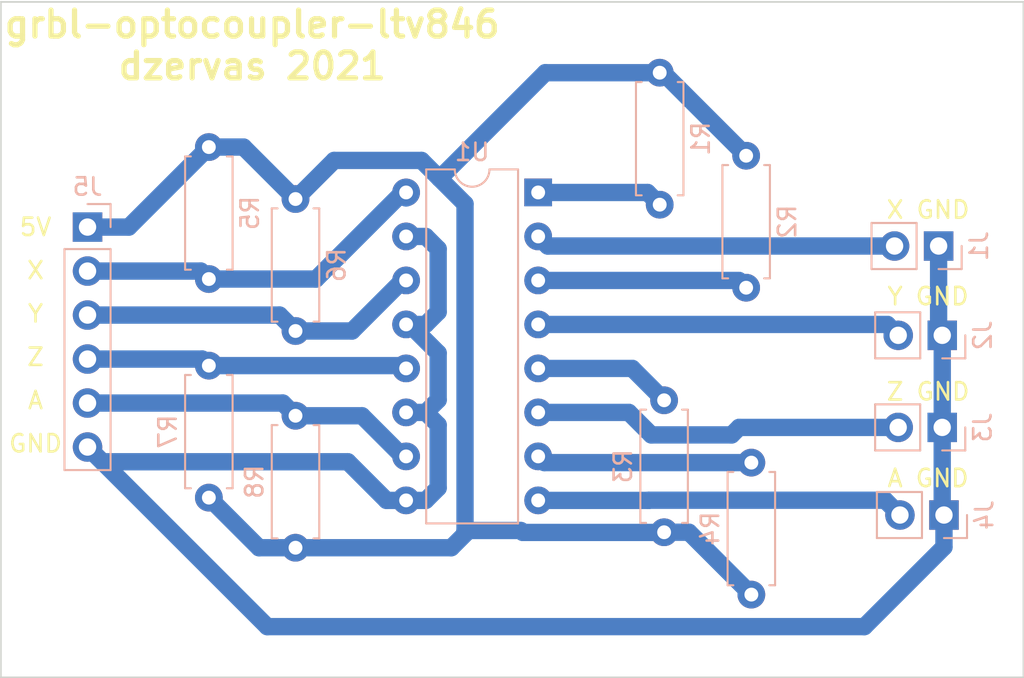
<source format=kicad_pcb>
(kicad_pcb (version 20171130) (host pcbnew 5.1.10)

  (general
    (thickness 1.6)
    (drawings 15)
    (tracks 93)
    (zones 0)
    (modules 14)
    (nets 15)
  )

  (page A4)
  (layers
    (0 F.Cu signal)
    (31 B.Cu signal)
    (32 B.Adhes user)
    (33 F.Adhes user)
    (34 B.Paste user)
    (35 F.Paste user)
    (36 B.SilkS user)
    (37 F.SilkS user)
    (38 B.Mask user)
    (39 F.Mask user)
    (40 Dwgs.User user)
    (41 Cmts.User user)
    (42 Eco1.User user)
    (43 Eco2.User user)
    (44 Edge.Cuts user)
    (45 Margin user)
    (46 B.CrtYd user)
    (47 F.CrtYd user)
    (48 B.Fab user)
    (49 F.Fab user)
  )

  (setup
    (last_trace_width 1)
    (user_trace_width 0.5)
    (user_trace_width 1)
    (trace_clearance 0.55)
    (zone_clearance 0.508)
    (zone_45_only no)
    (trace_min 0.2)
    (via_size 0.8)
    (via_drill 0.4)
    (via_min_size 0.4)
    (via_min_drill 0.3)
    (uvia_size 0.3)
    (uvia_drill 0.1)
    (uvias_allowed no)
    (uvia_min_size 0.2)
    (uvia_min_drill 0.1)
    (edge_width 0.05)
    (segment_width 0.2)
    (pcb_text_width 0.3)
    (pcb_text_size 1.5 1.5)
    (mod_edge_width 0.12)
    (mod_text_size 1 1)
    (mod_text_width 0.15)
    (pad_size 1.524 1.524)
    (pad_drill 0.762)
    (pad_to_mask_clearance 0)
    (aux_axis_origin 0 0)
    (visible_elements FFFFFF7F)
    (pcbplotparams
      (layerselection 0x010fc_ffffffff)
      (usegerberextensions false)
      (usegerberattributes true)
      (usegerberadvancedattributes true)
      (creategerberjobfile true)
      (excludeedgelayer true)
      (linewidth 0.100000)
      (plotframeref false)
      (viasonmask false)
      (mode 1)
      (useauxorigin false)
      (hpglpennumber 1)
      (hpglpenspeed 20)
      (hpglpendiameter 15.000000)
      (psnegative false)
      (psa4output false)
      (plotreference true)
      (plotvalue true)
      (plotinvisibletext false)
      (padsonsilk false)
      (subtractmaskfromsilk false)
      (outputformat 1)
      (mirror false)
      (drillshape 1)
      (scaleselection 1)
      (outputdirectory ""))
  )

  (net 0 "")
  (net 1 "Net-(J1-Pad2)")
  (net 2 "Net-(J2-Pad2)")
  (net 3 "Net-(J3-Pad2)")
  (net 4 "Net-(J4-Pad2)")
  (net 5 GND)
  (net 6 "Net-(J5-Pad5)")
  (net 7 "Net-(J5-Pad4)")
  (net 8 "Net-(J5-Pad3)")
  (net 9 "Net-(J5-Pad2)")
  (net 10 +5V)
  (net 11 "Net-(R1-Pad1)")
  (net 12 "Net-(R2-Pad1)")
  (net 13 "Net-(R3-Pad1)")
  (net 14 "Net-(R4-Pad1)")

  (net_class Default "This is the default net class."
    (clearance 0.55)
    (trace_width 1)
    (via_dia 0.8)
    (via_drill 0.4)
    (uvia_dia 0.3)
    (uvia_drill 0.1)
    (add_net +5V)
    (add_net GND)
    (add_net "Net-(J1-Pad2)")
    (add_net "Net-(J2-Pad2)")
    (add_net "Net-(J3-Pad2)")
    (add_net "Net-(J4-Pad2)")
    (add_net "Net-(J5-Pad2)")
    (add_net "Net-(J5-Pad3)")
    (add_net "Net-(J5-Pad4)")
    (add_net "Net-(J5-Pad5)")
    (add_net "Net-(R1-Pad1)")
    (add_net "Net-(R2-Pad1)")
    (add_net "Net-(R3-Pad1)")
    (add_net "Net-(R4-Pad1)")
  )

  (module Package_DIP:DIP-16_W7.62mm (layer B.Cu) (tedit 5A02E8C5) (tstamp 617050D1)
    (at 46 23 180)
    (descr "16-lead though-hole mounted DIP package, row spacing 7.62 mm (300 mils)")
    (tags "THT DIP DIL PDIP 2.54mm 7.62mm 300mil")
    (path /6170A09D)
    (fp_text reference U1 (at 3.81 2.33) (layer B.SilkS)
      (effects (font (size 1 1) (thickness 0.15)) (justify mirror))
    )
    (fp_text value LTV-847 (at 3.81 -20.11) (layer B.Fab)
      (effects (font (size 1 1) (thickness 0.15)) (justify mirror))
    )
    (fp_line (start 8.7 1.55) (end -1.1 1.55) (layer B.CrtYd) (width 0.05))
    (fp_line (start 8.7 -19.3) (end 8.7 1.55) (layer B.CrtYd) (width 0.05))
    (fp_line (start -1.1 -19.3) (end 8.7 -19.3) (layer B.CrtYd) (width 0.05))
    (fp_line (start -1.1 1.55) (end -1.1 -19.3) (layer B.CrtYd) (width 0.05))
    (fp_line (start 6.46 1.33) (end 4.81 1.33) (layer B.SilkS) (width 0.12))
    (fp_line (start 6.46 -19.11) (end 6.46 1.33) (layer B.SilkS) (width 0.12))
    (fp_line (start 1.16 -19.11) (end 6.46 -19.11) (layer B.SilkS) (width 0.12))
    (fp_line (start 1.16 1.33) (end 1.16 -19.11) (layer B.SilkS) (width 0.12))
    (fp_line (start 2.81 1.33) (end 1.16 1.33) (layer B.SilkS) (width 0.12))
    (fp_line (start 0.635 0.27) (end 1.635 1.27) (layer B.Fab) (width 0.1))
    (fp_line (start 0.635 -19.05) (end 0.635 0.27) (layer B.Fab) (width 0.1))
    (fp_line (start 6.985 -19.05) (end 0.635 -19.05) (layer B.Fab) (width 0.1))
    (fp_line (start 6.985 1.27) (end 6.985 -19.05) (layer B.Fab) (width 0.1))
    (fp_line (start 1.635 1.27) (end 6.985 1.27) (layer B.Fab) (width 0.1))
    (fp_text user %R (at 3.81 -8.89) (layer B.Fab)
      (effects (font (size 1 1) (thickness 0.15)) (justify mirror))
    )
    (fp_arc (start 3.81 1.33) (end 2.81 1.33) (angle 180) (layer B.SilkS) (width 0.12))
    (pad 16 thru_hole oval (at 7.62 0 180) (size 1.6 1.6) (drill 0.8) (layers *.Cu *.Mask)
      (net 9 "Net-(J5-Pad2)"))
    (pad 8 thru_hole oval (at 0 -17.78 180) (size 1.6 1.6) (drill 0.8) (layers *.Cu *.Mask)
      (net 4 "Net-(J4-Pad2)"))
    (pad 15 thru_hole oval (at 7.62 -2.54 180) (size 1.6 1.6) (drill 0.8) (layers *.Cu *.Mask)
      (net 5 GND))
    (pad 7 thru_hole oval (at 0 -15.24 180) (size 1.6 1.6) (drill 0.8) (layers *.Cu *.Mask)
      (net 14 "Net-(R4-Pad1)"))
    (pad 14 thru_hole oval (at 7.62 -5.08 180) (size 1.6 1.6) (drill 0.8) (layers *.Cu *.Mask)
      (net 8 "Net-(J5-Pad3)"))
    (pad 6 thru_hole oval (at 0 -12.7 180) (size 1.6 1.6) (drill 0.8) (layers *.Cu *.Mask)
      (net 3 "Net-(J3-Pad2)"))
    (pad 13 thru_hole oval (at 7.62 -7.62 180) (size 1.6 1.6) (drill 0.8) (layers *.Cu *.Mask)
      (net 5 GND))
    (pad 5 thru_hole oval (at 0 -10.16 180) (size 1.6 1.6) (drill 0.8) (layers *.Cu *.Mask)
      (net 13 "Net-(R3-Pad1)"))
    (pad 12 thru_hole oval (at 7.62 -10.16 180) (size 1.6 1.6) (drill 0.8) (layers *.Cu *.Mask)
      (net 7 "Net-(J5-Pad4)"))
    (pad 4 thru_hole oval (at 0 -7.62 180) (size 1.6 1.6) (drill 0.8) (layers *.Cu *.Mask)
      (net 2 "Net-(J2-Pad2)"))
    (pad 11 thru_hole oval (at 7.62 -12.7 180) (size 1.6 1.6) (drill 0.8) (layers *.Cu *.Mask)
      (net 5 GND))
    (pad 3 thru_hole oval (at 0 -5.08 180) (size 1.6 1.6) (drill 0.8) (layers *.Cu *.Mask)
      (net 12 "Net-(R2-Pad1)"))
    (pad 10 thru_hole oval (at 7.62 -15.24 180) (size 1.6 1.6) (drill 0.8) (layers *.Cu *.Mask)
      (net 6 "Net-(J5-Pad5)"))
    (pad 2 thru_hole oval (at 0 -2.54 180) (size 1.6 1.6) (drill 0.8) (layers *.Cu *.Mask)
      (net 1 "Net-(J1-Pad2)"))
    (pad 9 thru_hole oval (at 7.62 -17.78 180) (size 1.6 1.6) (drill 0.8) (layers *.Cu *.Mask)
      (net 5 GND))
    (pad 1 thru_hole rect (at 0 0 180) (size 1.6 1.6) (drill 0.8) (layers *.Cu *.Mask)
      (net 11 "Net-(R1-Pad1)"))
    (model ${KISYS3DMOD}/Package_DIP.3dshapes/DIP-16_W7.62mm.wrl
      (at (xyz 0 0 0))
      (scale (xyz 1 1 1))
      (rotate (xyz 0 0 0))
    )
  )

  (module Resistor_THT:R_Axial_DIN0207_L6.3mm_D2.5mm_P7.62mm_Horizontal (layer B.Cu) (tedit 5AE5139B) (tstamp 61705930)
    (at 32 35.893 270)
    (descr "Resistor, Axial_DIN0207 series, Axial, Horizontal, pin pitch=7.62mm, 0.25W = 1/4W, length*diameter=6.3*2.5mm^2, http://cdn-reichelt.de/documents/datenblatt/B400/1_4W%23YAG.pdf")
    (tags "Resistor Axial_DIN0207 series Axial Horizontal pin pitch 7.62mm 0.25W = 1/4W length 6.3mm diameter 2.5mm")
    (path /6176F116)
    (fp_text reference R8 (at 3.81 2.37 90) (layer B.SilkS)
      (effects (font (size 1 1) (thickness 0.15)) (justify mirror))
    )
    (fp_text value 1k (at 3.81 -2.37 90) (layer B.Fab)
      (effects (font (size 1 1) (thickness 0.15)) (justify mirror))
    )
    (fp_line (start 8.67 1.5) (end -1.05 1.5) (layer B.CrtYd) (width 0.05))
    (fp_line (start 8.67 -1.5) (end 8.67 1.5) (layer B.CrtYd) (width 0.05))
    (fp_line (start -1.05 -1.5) (end 8.67 -1.5) (layer B.CrtYd) (width 0.05))
    (fp_line (start -1.05 1.5) (end -1.05 -1.5) (layer B.CrtYd) (width 0.05))
    (fp_line (start 7.08 -1.37) (end 7.08 -1.04) (layer B.SilkS) (width 0.12))
    (fp_line (start 0.54 -1.37) (end 7.08 -1.37) (layer B.SilkS) (width 0.12))
    (fp_line (start 0.54 -1.04) (end 0.54 -1.37) (layer B.SilkS) (width 0.12))
    (fp_line (start 7.08 1.37) (end 7.08 1.04) (layer B.SilkS) (width 0.12))
    (fp_line (start 0.54 1.37) (end 7.08 1.37) (layer B.SilkS) (width 0.12))
    (fp_line (start 0.54 1.04) (end 0.54 1.37) (layer B.SilkS) (width 0.12))
    (fp_line (start 7.62 0) (end 6.96 0) (layer B.Fab) (width 0.1))
    (fp_line (start 0 0) (end 0.66 0) (layer B.Fab) (width 0.1))
    (fp_line (start 6.96 1.25) (end 0.66 1.25) (layer B.Fab) (width 0.1))
    (fp_line (start 6.96 -1.25) (end 6.96 1.25) (layer B.Fab) (width 0.1))
    (fp_line (start 0.66 -1.25) (end 6.96 -1.25) (layer B.Fab) (width 0.1))
    (fp_line (start 0.66 1.25) (end 0.66 -1.25) (layer B.Fab) (width 0.1))
    (fp_text user %R (at 3.81 0 90) (layer B.Fab)
      (effects (font (size 1 1) (thickness 0.15)) (justify mirror))
    )
    (pad 2 thru_hole oval (at 7.62 0 270) (size 1.6 1.6) (drill 0.8) (layers *.Cu *.Mask)
      (net 10 +5V))
    (pad 1 thru_hole circle (at 0 0 270) (size 1.6 1.6) (drill 0.8) (layers *.Cu *.Mask)
      (net 6 "Net-(J5-Pad5)"))
    (model ${KISYS3DMOD}/Resistor_THT.3dshapes/R_Axial_DIN0207_L6.3mm_D2.5mm_P7.62mm_Horizontal.wrl
      (at (xyz 0 0 0))
      (scale (xyz 1 1 1))
      (rotate (xyz 0 0 0))
    )
  )

  (module Resistor_THT:R_Axial_DIN0207_L6.3mm_D2.5mm_P7.62mm_Horizontal (layer B.Cu) (tedit 5AE5139B) (tstamp 61705096)
    (at 27 33 270)
    (descr "Resistor, Axial_DIN0207 series, Axial, Horizontal, pin pitch=7.62mm, 0.25W = 1/4W, length*diameter=6.3*2.5mm^2, http://cdn-reichelt.de/documents/datenblatt/B400/1_4W%23YAG.pdf")
    (tags "Resistor Axial_DIN0207 series Axial Horizontal pin pitch 7.62mm 0.25W = 1/4W length 6.3mm diameter 2.5mm")
    (path /61749F22)
    (fp_text reference R7 (at 3.81 2.37 90) (layer B.SilkS)
      (effects (font (size 1 1) (thickness 0.15)) (justify mirror))
    )
    (fp_text value 1k (at 3.81 -2.37 90) (layer B.Fab)
      (effects (font (size 1 1) (thickness 0.15)) (justify mirror))
    )
    (fp_line (start 8.67 1.5) (end -1.05 1.5) (layer B.CrtYd) (width 0.05))
    (fp_line (start 8.67 -1.5) (end 8.67 1.5) (layer B.CrtYd) (width 0.05))
    (fp_line (start -1.05 -1.5) (end 8.67 -1.5) (layer B.CrtYd) (width 0.05))
    (fp_line (start -1.05 1.5) (end -1.05 -1.5) (layer B.CrtYd) (width 0.05))
    (fp_line (start 7.08 -1.37) (end 7.08 -1.04) (layer B.SilkS) (width 0.12))
    (fp_line (start 0.54 -1.37) (end 7.08 -1.37) (layer B.SilkS) (width 0.12))
    (fp_line (start 0.54 -1.04) (end 0.54 -1.37) (layer B.SilkS) (width 0.12))
    (fp_line (start 7.08 1.37) (end 7.08 1.04) (layer B.SilkS) (width 0.12))
    (fp_line (start 0.54 1.37) (end 7.08 1.37) (layer B.SilkS) (width 0.12))
    (fp_line (start 0.54 1.04) (end 0.54 1.37) (layer B.SilkS) (width 0.12))
    (fp_line (start 7.62 0) (end 6.96 0) (layer B.Fab) (width 0.1))
    (fp_line (start 0 0) (end 0.66 0) (layer B.Fab) (width 0.1))
    (fp_line (start 6.96 1.25) (end 0.66 1.25) (layer B.Fab) (width 0.1))
    (fp_line (start 6.96 -1.25) (end 6.96 1.25) (layer B.Fab) (width 0.1))
    (fp_line (start 0.66 -1.25) (end 6.96 -1.25) (layer B.Fab) (width 0.1))
    (fp_line (start 0.66 1.25) (end 0.66 -1.25) (layer B.Fab) (width 0.1))
    (fp_text user %R (at 3.81 0 90) (layer B.Fab)
      (effects (font (size 1 1) (thickness 0.15)) (justify mirror))
    )
    (pad 2 thru_hole oval (at 7.62 0 270) (size 1.6 1.6) (drill 0.8) (layers *.Cu *.Mask)
      (net 10 +5V))
    (pad 1 thru_hole circle (at 0 0 270) (size 1.6 1.6) (drill 0.8) (layers *.Cu *.Mask)
      (net 7 "Net-(J5-Pad4)"))
    (model ${KISYS3DMOD}/Resistor_THT.3dshapes/R_Axial_DIN0207_L6.3mm_D2.5mm_P7.62mm_Horizontal.wrl
      (at (xyz 0 0 0))
      (scale (xyz 1 1 1))
      (rotate (xyz 0 0 0))
    )
  )

  (module Resistor_THT:R_Axial_DIN0207_L6.3mm_D2.5mm_P7.62mm_Horizontal (layer B.Cu) (tedit 5AE5139B) (tstamp 6170507F)
    (at 32 31 90)
    (descr "Resistor, Axial_DIN0207 series, Axial, Horizontal, pin pitch=7.62mm, 0.25W = 1/4W, length*diameter=6.3*2.5mm^2, http://cdn-reichelt.de/documents/datenblatt/B400/1_4W%23YAG.pdf")
    (tags "Resistor Axial_DIN0207 series Axial Horizontal pin pitch 7.62mm 0.25W = 1/4W length 6.3mm diameter 2.5mm")
    (path /617499D7)
    (fp_text reference R6 (at 3.81 2.37 90) (layer B.SilkS)
      (effects (font (size 1 1) (thickness 0.15)) (justify mirror))
    )
    (fp_text value 1k (at 3.81 -2.37 90) (layer B.Fab)
      (effects (font (size 1 1) (thickness 0.15)) (justify mirror))
    )
    (fp_line (start 8.67 1.5) (end -1.05 1.5) (layer B.CrtYd) (width 0.05))
    (fp_line (start 8.67 -1.5) (end 8.67 1.5) (layer B.CrtYd) (width 0.05))
    (fp_line (start -1.05 -1.5) (end 8.67 -1.5) (layer B.CrtYd) (width 0.05))
    (fp_line (start -1.05 1.5) (end -1.05 -1.5) (layer B.CrtYd) (width 0.05))
    (fp_line (start 7.08 -1.37) (end 7.08 -1.04) (layer B.SilkS) (width 0.12))
    (fp_line (start 0.54 -1.37) (end 7.08 -1.37) (layer B.SilkS) (width 0.12))
    (fp_line (start 0.54 -1.04) (end 0.54 -1.37) (layer B.SilkS) (width 0.12))
    (fp_line (start 7.08 1.37) (end 7.08 1.04) (layer B.SilkS) (width 0.12))
    (fp_line (start 0.54 1.37) (end 7.08 1.37) (layer B.SilkS) (width 0.12))
    (fp_line (start 0.54 1.04) (end 0.54 1.37) (layer B.SilkS) (width 0.12))
    (fp_line (start 7.62 0) (end 6.96 0) (layer B.Fab) (width 0.1))
    (fp_line (start 0 0) (end 0.66 0) (layer B.Fab) (width 0.1))
    (fp_line (start 6.96 1.25) (end 0.66 1.25) (layer B.Fab) (width 0.1))
    (fp_line (start 6.96 -1.25) (end 6.96 1.25) (layer B.Fab) (width 0.1))
    (fp_line (start 0.66 -1.25) (end 6.96 -1.25) (layer B.Fab) (width 0.1))
    (fp_line (start 0.66 1.25) (end 0.66 -1.25) (layer B.Fab) (width 0.1))
    (fp_text user %R (at 3.81 0 90) (layer B.Fab)
      (effects (font (size 1 1) (thickness 0.15)) (justify mirror))
    )
    (pad 2 thru_hole oval (at 7.62 0 90) (size 1.6 1.6) (drill 0.8) (layers *.Cu *.Mask)
      (net 10 +5V))
    (pad 1 thru_hole circle (at 0 0 90) (size 1.6 1.6) (drill 0.8) (layers *.Cu *.Mask)
      (net 8 "Net-(J5-Pad3)"))
    (model ${KISYS3DMOD}/Resistor_THT.3dshapes/R_Axial_DIN0207_L6.3mm_D2.5mm_P7.62mm_Horizontal.wrl
      (at (xyz 0 0 0))
      (scale (xyz 1 1 1))
      (rotate (xyz 0 0 0))
    )
  )

  (module Resistor_THT:R_Axial_DIN0207_L6.3mm_D2.5mm_P7.62mm_Horizontal (layer B.Cu) (tedit 5AE5139B) (tstamp 61705068)
    (at 27 28 90)
    (descr "Resistor, Axial_DIN0207 series, Axial, Horizontal, pin pitch=7.62mm, 0.25W = 1/4W, length*diameter=6.3*2.5mm^2, http://cdn-reichelt.de/documents/datenblatt/B400/1_4W%23YAG.pdf")
    (tags "Resistor Axial_DIN0207 series Axial Horizontal pin pitch 7.62mm 0.25W = 1/4W length 6.3mm diameter 2.5mm")
    (path /6174884D)
    (fp_text reference R5 (at 3.81 2.37 90) (layer B.SilkS)
      (effects (font (size 1 1) (thickness 0.15)) (justify mirror))
    )
    (fp_text value 1k (at 3.81 -2.37 90) (layer B.Fab)
      (effects (font (size 1 1) (thickness 0.15)) (justify mirror))
    )
    (fp_line (start 8.67 1.5) (end -1.05 1.5) (layer B.CrtYd) (width 0.05))
    (fp_line (start 8.67 -1.5) (end 8.67 1.5) (layer B.CrtYd) (width 0.05))
    (fp_line (start -1.05 -1.5) (end 8.67 -1.5) (layer B.CrtYd) (width 0.05))
    (fp_line (start -1.05 1.5) (end -1.05 -1.5) (layer B.CrtYd) (width 0.05))
    (fp_line (start 7.08 -1.37) (end 7.08 -1.04) (layer B.SilkS) (width 0.12))
    (fp_line (start 0.54 -1.37) (end 7.08 -1.37) (layer B.SilkS) (width 0.12))
    (fp_line (start 0.54 -1.04) (end 0.54 -1.37) (layer B.SilkS) (width 0.12))
    (fp_line (start 7.08 1.37) (end 7.08 1.04) (layer B.SilkS) (width 0.12))
    (fp_line (start 0.54 1.37) (end 7.08 1.37) (layer B.SilkS) (width 0.12))
    (fp_line (start 0.54 1.04) (end 0.54 1.37) (layer B.SilkS) (width 0.12))
    (fp_line (start 7.62 0) (end 6.96 0) (layer B.Fab) (width 0.1))
    (fp_line (start 0 0) (end 0.66 0) (layer B.Fab) (width 0.1))
    (fp_line (start 6.96 1.25) (end 0.66 1.25) (layer B.Fab) (width 0.1))
    (fp_line (start 6.96 -1.25) (end 6.96 1.25) (layer B.Fab) (width 0.1))
    (fp_line (start 0.66 -1.25) (end 6.96 -1.25) (layer B.Fab) (width 0.1))
    (fp_line (start 0.66 1.25) (end 0.66 -1.25) (layer B.Fab) (width 0.1))
    (fp_text user %R (at 3.81 0 90) (layer B.Fab)
      (effects (font (size 1 1) (thickness 0.15)) (justify mirror))
    )
    (pad 2 thru_hole oval (at 7.62 0 90) (size 1.6 1.6) (drill 0.8) (layers *.Cu *.Mask)
      (net 10 +5V))
    (pad 1 thru_hole circle (at 0 0 90) (size 1.6 1.6) (drill 0.8) (layers *.Cu *.Mask)
      (net 9 "Net-(J5-Pad2)"))
    (model ${KISYS3DMOD}/Resistor_THT.3dshapes/R_Axial_DIN0207_L6.3mm_D2.5mm_P7.62mm_Horizontal.wrl
      (at (xyz 0 0 0))
      (scale (xyz 1 1 1))
      (rotate (xyz 0 0 0))
    )
  )

  (module Resistor_THT:R_Axial_DIN0207_L6.3mm_D2.5mm_P7.62mm_Horizontal (layer B.Cu) (tedit 5AE5139B) (tstamp 61705782)
    (at 58.3 38.6 270)
    (descr "Resistor, Axial_DIN0207 series, Axial, Horizontal, pin pitch=7.62mm, 0.25W = 1/4W, length*diameter=6.3*2.5mm^2, http://cdn-reichelt.de/documents/datenblatt/B400/1_4W%23YAG.pdf")
    (tags "Resistor Axial_DIN0207 series Axial Horizontal pin pitch 7.62mm 0.25W = 1/4W length 6.3mm diameter 2.5mm")
    (path /6172DE80)
    (fp_text reference R4 (at 3.81 2.37 90) (layer B.SilkS)
      (effects (font (size 1 1) (thickness 0.15)) (justify mirror))
    )
    (fp_text value R220 (at 3.81 -2.37 90) (layer B.Fab)
      (effects (font (size 1 1) (thickness 0.15)) (justify mirror))
    )
    (fp_line (start 8.67 1.5) (end -1.05 1.5) (layer B.CrtYd) (width 0.05))
    (fp_line (start 8.67 -1.5) (end 8.67 1.5) (layer B.CrtYd) (width 0.05))
    (fp_line (start -1.05 -1.5) (end 8.67 -1.5) (layer B.CrtYd) (width 0.05))
    (fp_line (start -1.05 1.5) (end -1.05 -1.5) (layer B.CrtYd) (width 0.05))
    (fp_line (start 7.08 -1.37) (end 7.08 -1.04) (layer B.SilkS) (width 0.12))
    (fp_line (start 0.54 -1.37) (end 7.08 -1.37) (layer B.SilkS) (width 0.12))
    (fp_line (start 0.54 -1.04) (end 0.54 -1.37) (layer B.SilkS) (width 0.12))
    (fp_line (start 7.08 1.37) (end 7.08 1.04) (layer B.SilkS) (width 0.12))
    (fp_line (start 0.54 1.37) (end 7.08 1.37) (layer B.SilkS) (width 0.12))
    (fp_line (start 0.54 1.04) (end 0.54 1.37) (layer B.SilkS) (width 0.12))
    (fp_line (start 7.62 0) (end 6.96 0) (layer B.Fab) (width 0.1))
    (fp_line (start 0 0) (end 0.66 0) (layer B.Fab) (width 0.1))
    (fp_line (start 6.96 1.25) (end 0.66 1.25) (layer B.Fab) (width 0.1))
    (fp_line (start 6.96 -1.25) (end 6.96 1.25) (layer B.Fab) (width 0.1))
    (fp_line (start 0.66 -1.25) (end 6.96 -1.25) (layer B.Fab) (width 0.1))
    (fp_line (start 0.66 1.25) (end 0.66 -1.25) (layer B.Fab) (width 0.1))
    (fp_text user %R (at 3.81 0 90) (layer B.Fab)
      (effects (font (size 1 1) (thickness 0.15)) (justify mirror))
    )
    (pad 2 thru_hole oval (at 7.62 0 270) (size 1.6 1.6) (drill 0.8) (layers *.Cu *.Mask)
      (net 10 +5V))
    (pad 1 thru_hole circle (at 0 0 270) (size 1.6 1.6) (drill 0.8) (layers *.Cu *.Mask)
      (net 14 "Net-(R4-Pad1)"))
    (model ${KISYS3DMOD}/Resistor_THT.3dshapes/R_Axial_DIN0207_L6.3mm_D2.5mm_P7.62mm_Horizontal.wrl
      (at (xyz 0 0 0))
      (scale (xyz 1 1 1))
      (rotate (xyz 0 0 0))
    )
  )

  (module Resistor_THT:R_Axial_DIN0207_L6.3mm_D2.5mm_P7.62mm_Horizontal (layer B.Cu) (tedit 5AE5139B) (tstamp 617055C1)
    (at 53.26658 35 270)
    (descr "Resistor, Axial_DIN0207 series, Axial, Horizontal, pin pitch=7.62mm, 0.25W = 1/4W, length*diameter=6.3*2.5mm^2, http://cdn-reichelt.de/documents/datenblatt/B400/1_4W%23YAG.pdf")
    (tags "Resistor Axial_DIN0207 series Axial Horizontal pin pitch 7.62mm 0.25W = 1/4W length 6.3mm diameter 2.5mm")
    (path /6172D899)
    (fp_text reference R3 (at 3.81 2.37 90) (layer B.SilkS)
      (effects (font (size 1 1) (thickness 0.15)) (justify mirror))
    )
    (fp_text value R220 (at 3.81 -2.37 90) (layer B.Fab)
      (effects (font (size 1 1) (thickness 0.15)) (justify mirror))
    )
    (fp_line (start 8.67 1.5) (end -1.05 1.5) (layer B.CrtYd) (width 0.05))
    (fp_line (start 8.67 -1.5) (end 8.67 1.5) (layer B.CrtYd) (width 0.05))
    (fp_line (start -1.05 -1.5) (end 8.67 -1.5) (layer B.CrtYd) (width 0.05))
    (fp_line (start -1.05 1.5) (end -1.05 -1.5) (layer B.CrtYd) (width 0.05))
    (fp_line (start 7.08 -1.37) (end 7.08 -1.04) (layer B.SilkS) (width 0.12))
    (fp_line (start 0.54 -1.37) (end 7.08 -1.37) (layer B.SilkS) (width 0.12))
    (fp_line (start 0.54 -1.04) (end 0.54 -1.37) (layer B.SilkS) (width 0.12))
    (fp_line (start 7.08 1.37) (end 7.08 1.04) (layer B.SilkS) (width 0.12))
    (fp_line (start 0.54 1.37) (end 7.08 1.37) (layer B.SilkS) (width 0.12))
    (fp_line (start 0.54 1.04) (end 0.54 1.37) (layer B.SilkS) (width 0.12))
    (fp_line (start 7.62 0) (end 6.96 0) (layer B.Fab) (width 0.1))
    (fp_line (start 0 0) (end 0.66 0) (layer B.Fab) (width 0.1))
    (fp_line (start 6.96 1.25) (end 0.66 1.25) (layer B.Fab) (width 0.1))
    (fp_line (start 6.96 -1.25) (end 6.96 1.25) (layer B.Fab) (width 0.1))
    (fp_line (start 0.66 -1.25) (end 6.96 -1.25) (layer B.Fab) (width 0.1))
    (fp_line (start 0.66 1.25) (end 0.66 -1.25) (layer B.Fab) (width 0.1))
    (fp_text user %R (at 3.81 0 90) (layer B.Fab)
      (effects (font (size 1 1) (thickness 0.15)) (justify mirror))
    )
    (pad 2 thru_hole oval (at 7.62 0 270) (size 1.6 1.6) (drill 0.8) (layers *.Cu *.Mask)
      (net 10 +5V))
    (pad 1 thru_hole circle (at 0 0 270) (size 1.6 1.6) (drill 0.8) (layers *.Cu *.Mask)
      (net 13 "Net-(R3-Pad1)"))
    (model ${KISYS3DMOD}/Resistor_THT.3dshapes/R_Axial_DIN0207_L6.3mm_D2.5mm_P7.62mm_Horizontal.wrl
      (at (xyz 0 0 0))
      (scale (xyz 1 1 1))
      (rotate (xyz 0 0 0))
    )
  )

  (module Resistor_THT:R_Axial_DIN0207_L6.3mm_D2.5mm_P7.62mm_Horizontal (layer B.Cu) (tedit 5AE5139B) (tstamp 61705023)
    (at 58 28.5 90)
    (descr "Resistor, Axial_DIN0207 series, Axial, Horizontal, pin pitch=7.62mm, 0.25W = 1/4W, length*diameter=6.3*2.5mm^2, http://cdn-reichelt.de/documents/datenblatt/B400/1_4W%23YAG.pdf")
    (tags "Resistor Axial_DIN0207 series Axial Horizontal pin pitch 7.62mm 0.25W = 1/4W length 6.3mm diameter 2.5mm")
    (path /6172D1E8)
    (fp_text reference R2 (at 3.81 2.37 90) (layer B.SilkS)
      (effects (font (size 1 1) (thickness 0.15)) (justify mirror))
    )
    (fp_text value R220 (at 3.81 -2.37 90) (layer B.Fab)
      (effects (font (size 1 1) (thickness 0.15)) (justify mirror))
    )
    (fp_line (start 8.67 1.5) (end -1.05 1.5) (layer B.CrtYd) (width 0.05))
    (fp_line (start 8.67 -1.5) (end 8.67 1.5) (layer B.CrtYd) (width 0.05))
    (fp_line (start -1.05 -1.5) (end 8.67 -1.5) (layer B.CrtYd) (width 0.05))
    (fp_line (start -1.05 1.5) (end -1.05 -1.5) (layer B.CrtYd) (width 0.05))
    (fp_line (start 7.08 -1.37) (end 7.08 -1.04) (layer B.SilkS) (width 0.12))
    (fp_line (start 0.54 -1.37) (end 7.08 -1.37) (layer B.SilkS) (width 0.12))
    (fp_line (start 0.54 -1.04) (end 0.54 -1.37) (layer B.SilkS) (width 0.12))
    (fp_line (start 7.08 1.37) (end 7.08 1.04) (layer B.SilkS) (width 0.12))
    (fp_line (start 0.54 1.37) (end 7.08 1.37) (layer B.SilkS) (width 0.12))
    (fp_line (start 0.54 1.04) (end 0.54 1.37) (layer B.SilkS) (width 0.12))
    (fp_line (start 7.62 0) (end 6.96 0) (layer B.Fab) (width 0.1))
    (fp_line (start 0 0) (end 0.66 0) (layer B.Fab) (width 0.1))
    (fp_line (start 6.96 1.25) (end 0.66 1.25) (layer B.Fab) (width 0.1))
    (fp_line (start 6.96 -1.25) (end 6.96 1.25) (layer B.Fab) (width 0.1))
    (fp_line (start 0.66 -1.25) (end 6.96 -1.25) (layer B.Fab) (width 0.1))
    (fp_line (start 0.66 1.25) (end 0.66 -1.25) (layer B.Fab) (width 0.1))
    (fp_text user %R (at 3.81 0 90) (layer B.Fab)
      (effects (font (size 1 1) (thickness 0.15)) (justify mirror))
    )
    (pad 2 thru_hole oval (at 7.62 0 90) (size 1.6 1.6) (drill 0.8) (layers *.Cu *.Mask)
      (net 10 +5V))
    (pad 1 thru_hole circle (at 0 0 90) (size 1.6 1.6) (drill 0.8) (layers *.Cu *.Mask)
      (net 12 "Net-(R2-Pad1)"))
    (model ${KISYS3DMOD}/Resistor_THT.3dshapes/R_Axial_DIN0207_L6.3mm_D2.5mm_P7.62mm_Horizontal.wrl
      (at (xyz 0 0 0))
      (scale (xyz 1 1 1))
      (rotate (xyz 0 0 0))
    )
  )

  (module Resistor_THT:R_Axial_DIN0207_L6.3mm_D2.5mm_P7.62mm_Horizontal (layer B.Cu) (tedit 5AE5139B) (tstamp 617052C4)
    (at 53.01258 23.70608 90)
    (descr "Resistor, Axial_DIN0207 series, Axial, Horizontal, pin pitch=7.62mm, 0.25W = 1/4W, length*diameter=6.3*2.5mm^2, http://cdn-reichelt.de/documents/datenblatt/B400/1_4W%23YAG.pdf")
    (tags "Resistor Axial_DIN0207 series Axial Horizontal pin pitch 7.62mm 0.25W = 1/4W length 6.3mm diameter 2.5mm")
    (path /6172B068)
    (fp_text reference R1 (at 3.81 2.37 90) (layer B.SilkS)
      (effects (font (size 1 1) (thickness 0.15)) (justify mirror))
    )
    (fp_text value R220 (at 3.81 -2.37 90) (layer B.Fab)
      (effects (font (size 1 1) (thickness 0.15)) (justify mirror))
    )
    (fp_line (start 8.67 1.5) (end -1.05 1.5) (layer B.CrtYd) (width 0.05))
    (fp_line (start 8.67 -1.5) (end 8.67 1.5) (layer B.CrtYd) (width 0.05))
    (fp_line (start -1.05 -1.5) (end 8.67 -1.5) (layer B.CrtYd) (width 0.05))
    (fp_line (start -1.05 1.5) (end -1.05 -1.5) (layer B.CrtYd) (width 0.05))
    (fp_line (start 7.08 -1.37) (end 7.08 -1.04) (layer B.SilkS) (width 0.12))
    (fp_line (start 0.54 -1.37) (end 7.08 -1.37) (layer B.SilkS) (width 0.12))
    (fp_line (start 0.54 -1.04) (end 0.54 -1.37) (layer B.SilkS) (width 0.12))
    (fp_line (start 7.08 1.37) (end 7.08 1.04) (layer B.SilkS) (width 0.12))
    (fp_line (start 0.54 1.37) (end 7.08 1.37) (layer B.SilkS) (width 0.12))
    (fp_line (start 0.54 1.04) (end 0.54 1.37) (layer B.SilkS) (width 0.12))
    (fp_line (start 7.62 0) (end 6.96 0) (layer B.Fab) (width 0.1))
    (fp_line (start 0 0) (end 0.66 0) (layer B.Fab) (width 0.1))
    (fp_line (start 6.96 1.25) (end 0.66 1.25) (layer B.Fab) (width 0.1))
    (fp_line (start 6.96 -1.25) (end 6.96 1.25) (layer B.Fab) (width 0.1))
    (fp_line (start 0.66 -1.25) (end 6.96 -1.25) (layer B.Fab) (width 0.1))
    (fp_line (start 0.66 1.25) (end 0.66 -1.25) (layer B.Fab) (width 0.1))
    (fp_text user %R (at 3.81 0 90) (layer B.Fab)
      (effects (font (size 1 1) (thickness 0.15)) (justify mirror))
    )
    (pad 2 thru_hole oval (at 7.62 0 90) (size 1.6 1.6) (drill 0.8) (layers *.Cu *.Mask)
      (net 10 +5V))
    (pad 1 thru_hole circle (at 0 0 90) (size 1.6 1.6) (drill 0.8) (layers *.Cu *.Mask)
      (net 11 "Net-(R1-Pad1)"))
    (model ${KISYS3DMOD}/Resistor_THT.3dshapes/R_Axial_DIN0207_L6.3mm_D2.5mm_P7.62mm_Horizontal.wrl
      (at (xyz 0 0 0))
      (scale (xyz 1 1 1))
      (rotate (xyz 0 0 0))
    )
  )

  (module Connector_PinHeader_2.54mm:PinHeader_1x06_P2.54mm_Vertical (layer B.Cu) (tedit 59FED5CC) (tstamp 61705845)
    (at 20 25 180)
    (descr "Through hole straight pin header, 1x06, 2.54mm pitch, single row")
    (tags "Through hole pin header THT 1x06 2.54mm single row")
    (path /6174E5A3)
    (fp_text reference J5 (at 0 2.33) (layer B.SilkS)
      (effects (font (size 1 1) (thickness 0.15)) (justify mirror))
    )
    (fp_text value Conn_01x06 (at 0 -15.03) (layer B.Fab)
      (effects (font (size 1 1) (thickness 0.15)) (justify mirror))
    )
    (fp_line (start 1.8 1.8) (end -1.8 1.8) (layer B.CrtYd) (width 0.05))
    (fp_line (start 1.8 -14.5) (end 1.8 1.8) (layer B.CrtYd) (width 0.05))
    (fp_line (start -1.8 -14.5) (end 1.8 -14.5) (layer B.CrtYd) (width 0.05))
    (fp_line (start -1.8 1.8) (end -1.8 -14.5) (layer B.CrtYd) (width 0.05))
    (fp_line (start -1.33 1.33) (end 0 1.33) (layer B.SilkS) (width 0.12))
    (fp_line (start -1.33 0) (end -1.33 1.33) (layer B.SilkS) (width 0.12))
    (fp_line (start -1.33 -1.27) (end 1.33 -1.27) (layer B.SilkS) (width 0.12))
    (fp_line (start 1.33 -1.27) (end 1.33 -14.03) (layer B.SilkS) (width 0.12))
    (fp_line (start -1.33 -1.27) (end -1.33 -14.03) (layer B.SilkS) (width 0.12))
    (fp_line (start -1.33 -14.03) (end 1.33 -14.03) (layer B.SilkS) (width 0.12))
    (fp_line (start -1.27 0.635) (end -0.635 1.27) (layer B.Fab) (width 0.1))
    (fp_line (start -1.27 -13.97) (end -1.27 0.635) (layer B.Fab) (width 0.1))
    (fp_line (start 1.27 -13.97) (end -1.27 -13.97) (layer B.Fab) (width 0.1))
    (fp_line (start 1.27 1.27) (end 1.27 -13.97) (layer B.Fab) (width 0.1))
    (fp_line (start -0.635 1.27) (end 1.27 1.27) (layer B.Fab) (width 0.1))
    (fp_text user %R (at 0 -6.35 270) (layer B.Fab)
      (effects (font (size 1 1) (thickness 0.15)) (justify mirror))
    )
    (pad 6 thru_hole oval (at 0 -12.7 180) (size 1.7 1.7) (drill 1) (layers *.Cu *.Mask)
      (net 5 GND))
    (pad 5 thru_hole oval (at 0 -10.16 180) (size 1.7 1.7) (drill 1) (layers *.Cu *.Mask)
      (net 6 "Net-(J5-Pad5)"))
    (pad 4 thru_hole oval (at 0 -7.62 180) (size 1.7 1.7) (drill 1) (layers *.Cu *.Mask)
      (net 7 "Net-(J5-Pad4)"))
    (pad 3 thru_hole oval (at 0 -5.08 180) (size 1.7 1.7) (drill 1) (layers *.Cu *.Mask)
      (net 8 "Net-(J5-Pad3)"))
    (pad 2 thru_hole oval (at 0 -2.54 180) (size 1.7 1.7) (drill 1) (layers *.Cu *.Mask)
      (net 9 "Net-(J5-Pad2)"))
    (pad 1 thru_hole rect (at 0 0 180) (size 1.7 1.7) (drill 1) (layers *.Cu *.Mask)
      (net 10 +5V))
    (model ${KISYS3DMOD}/Connector_PinHeader_2.54mm.3dshapes/PinHeader_1x06_P2.54mm_Vertical.wrl
      (at (xyz 0 0 0))
      (scale (xyz 1 1 1))
      (rotate (xyz 0 0 0))
    )
  )

  (module Connector_PinHeader_2.54mm:PinHeader_1x02_P2.54mm_Vertical (layer B.Cu) (tedit 59FED5CC) (tstamp 61704FDB)
    (at 69.41336 41.62578 90)
    (descr "Through hole straight pin header, 1x02, 2.54mm pitch, single row")
    (tags "Through hole pin header THT 1x02 2.54mm single row")
    (path /61704EEA)
    (fp_text reference J4 (at 0 2.33 90) (layer B.SilkS)
      (effects (font (size 1 1) (thickness 0.15)) (justify mirror))
    )
    (fp_text value Conn_01x02 (at 0 -4.87 90) (layer B.Fab)
      (effects (font (size 1 1) (thickness 0.15)) (justify mirror))
    )
    (fp_line (start 1.8 1.8) (end -1.8 1.8) (layer B.CrtYd) (width 0.05))
    (fp_line (start 1.8 -4.35) (end 1.8 1.8) (layer B.CrtYd) (width 0.05))
    (fp_line (start -1.8 -4.35) (end 1.8 -4.35) (layer B.CrtYd) (width 0.05))
    (fp_line (start -1.8 1.8) (end -1.8 -4.35) (layer B.CrtYd) (width 0.05))
    (fp_line (start -1.33 1.33) (end 0 1.33) (layer B.SilkS) (width 0.12))
    (fp_line (start -1.33 0) (end -1.33 1.33) (layer B.SilkS) (width 0.12))
    (fp_line (start -1.33 -1.27) (end 1.33 -1.27) (layer B.SilkS) (width 0.12))
    (fp_line (start 1.33 -1.27) (end 1.33 -3.87) (layer B.SilkS) (width 0.12))
    (fp_line (start -1.33 -1.27) (end -1.33 -3.87) (layer B.SilkS) (width 0.12))
    (fp_line (start -1.33 -3.87) (end 1.33 -3.87) (layer B.SilkS) (width 0.12))
    (fp_line (start -1.27 0.635) (end -0.635 1.27) (layer B.Fab) (width 0.1))
    (fp_line (start -1.27 -3.81) (end -1.27 0.635) (layer B.Fab) (width 0.1))
    (fp_line (start 1.27 -3.81) (end -1.27 -3.81) (layer B.Fab) (width 0.1))
    (fp_line (start 1.27 1.27) (end 1.27 -3.81) (layer B.Fab) (width 0.1))
    (fp_line (start -0.635 1.27) (end 1.27 1.27) (layer B.Fab) (width 0.1))
    (fp_text user %R (at 0 -1.27 180) (layer B.Fab)
      (effects (font (size 1 1) (thickness 0.15)) (justify mirror))
    )
    (pad 2 thru_hole oval (at 0 -2.54 90) (size 1.7 1.7) (drill 1) (layers *.Cu *.Mask)
      (net 4 "Net-(J4-Pad2)"))
    (pad 1 thru_hole rect (at 0 0 90) (size 1.7 1.7) (drill 1) (layers *.Cu *.Mask)
      (net 5 GND))
    (model ${KISYS3DMOD}/Connector_PinHeader_2.54mm.3dshapes/PinHeader_1x02_P2.54mm_Vertical.wrl
      (at (xyz 0 0 0))
      (scale (xyz 1 1 1))
      (rotate (xyz 0 0 0))
    )
  )

  (module Connector_PinHeader_2.54mm:PinHeader_1x02_P2.54mm_Vertical (layer B.Cu) (tedit 59FED5CC) (tstamp 61704FC5)
    (at 69.31176 36.5661 90)
    (descr "Through hole straight pin header, 1x02, 2.54mm pitch, single row")
    (tags "Through hole pin header THT 1x02 2.54mm single row")
    (path /61704B6F)
    (fp_text reference J3 (at 0 2.33 90) (layer B.SilkS)
      (effects (font (size 1 1) (thickness 0.15)) (justify mirror))
    )
    (fp_text value Conn_01x02 (at 0 -4.87 90) (layer B.Fab)
      (effects (font (size 1 1) (thickness 0.15)) (justify mirror))
    )
    (fp_line (start 1.8 1.8) (end -1.8 1.8) (layer B.CrtYd) (width 0.05))
    (fp_line (start 1.8 -4.35) (end 1.8 1.8) (layer B.CrtYd) (width 0.05))
    (fp_line (start -1.8 -4.35) (end 1.8 -4.35) (layer B.CrtYd) (width 0.05))
    (fp_line (start -1.8 1.8) (end -1.8 -4.35) (layer B.CrtYd) (width 0.05))
    (fp_line (start -1.33 1.33) (end 0 1.33) (layer B.SilkS) (width 0.12))
    (fp_line (start -1.33 0) (end -1.33 1.33) (layer B.SilkS) (width 0.12))
    (fp_line (start -1.33 -1.27) (end 1.33 -1.27) (layer B.SilkS) (width 0.12))
    (fp_line (start 1.33 -1.27) (end 1.33 -3.87) (layer B.SilkS) (width 0.12))
    (fp_line (start -1.33 -1.27) (end -1.33 -3.87) (layer B.SilkS) (width 0.12))
    (fp_line (start -1.33 -3.87) (end 1.33 -3.87) (layer B.SilkS) (width 0.12))
    (fp_line (start -1.27 0.635) (end -0.635 1.27) (layer B.Fab) (width 0.1))
    (fp_line (start -1.27 -3.81) (end -1.27 0.635) (layer B.Fab) (width 0.1))
    (fp_line (start 1.27 -3.81) (end -1.27 -3.81) (layer B.Fab) (width 0.1))
    (fp_line (start 1.27 1.27) (end 1.27 -3.81) (layer B.Fab) (width 0.1))
    (fp_line (start -0.635 1.27) (end 1.27 1.27) (layer B.Fab) (width 0.1))
    (fp_text user %R (at 0 -1.27 180) (layer B.Fab)
      (effects (font (size 1 1) (thickness 0.15)) (justify mirror))
    )
    (pad 2 thru_hole oval (at 0 -2.54 90) (size 1.7 1.7) (drill 1) (layers *.Cu *.Mask)
      (net 3 "Net-(J3-Pad2)"))
    (pad 1 thru_hole rect (at 0 0 90) (size 1.7 1.7) (drill 1) (layers *.Cu *.Mask)
      (net 5 GND))
    (model ${KISYS3DMOD}/Connector_PinHeader_2.54mm.3dshapes/PinHeader_1x02_P2.54mm_Vertical.wrl
      (at (xyz 0 0 0))
      (scale (xyz 1 1 1))
      (rotate (xyz 0 0 0))
    )
  )

  (module Connector_PinHeader_2.54mm:PinHeader_1x02_P2.54mm_Vertical (layer B.Cu) (tedit 59FED5CC) (tstamp 61704FAF)
    (at 69.3143 31.24988 90)
    (descr "Through hole straight pin header, 1x02, 2.54mm pitch, single row")
    (tags "Through hole pin header THT 1x02 2.54mm single row")
    (path /6170487D)
    (fp_text reference J2 (at 0 2.33 90) (layer B.SilkS)
      (effects (font (size 1 1) (thickness 0.15)) (justify mirror))
    )
    (fp_text value Conn_01x02 (at 0 -4.87 90) (layer B.Fab)
      (effects (font (size 1 1) (thickness 0.15)) (justify mirror))
    )
    (fp_line (start 1.8 1.8) (end -1.8 1.8) (layer B.CrtYd) (width 0.05))
    (fp_line (start 1.8 -4.35) (end 1.8 1.8) (layer B.CrtYd) (width 0.05))
    (fp_line (start -1.8 -4.35) (end 1.8 -4.35) (layer B.CrtYd) (width 0.05))
    (fp_line (start -1.8 1.8) (end -1.8 -4.35) (layer B.CrtYd) (width 0.05))
    (fp_line (start -1.33 1.33) (end 0 1.33) (layer B.SilkS) (width 0.12))
    (fp_line (start -1.33 0) (end -1.33 1.33) (layer B.SilkS) (width 0.12))
    (fp_line (start -1.33 -1.27) (end 1.33 -1.27) (layer B.SilkS) (width 0.12))
    (fp_line (start 1.33 -1.27) (end 1.33 -3.87) (layer B.SilkS) (width 0.12))
    (fp_line (start -1.33 -1.27) (end -1.33 -3.87) (layer B.SilkS) (width 0.12))
    (fp_line (start -1.33 -3.87) (end 1.33 -3.87) (layer B.SilkS) (width 0.12))
    (fp_line (start -1.27 0.635) (end -0.635 1.27) (layer B.Fab) (width 0.1))
    (fp_line (start -1.27 -3.81) (end -1.27 0.635) (layer B.Fab) (width 0.1))
    (fp_line (start 1.27 -3.81) (end -1.27 -3.81) (layer B.Fab) (width 0.1))
    (fp_line (start 1.27 1.27) (end 1.27 -3.81) (layer B.Fab) (width 0.1))
    (fp_line (start -0.635 1.27) (end 1.27 1.27) (layer B.Fab) (width 0.1))
    (fp_text user %R (at 0 -1.27 180) (layer B.Fab)
      (effects (font (size 1 1) (thickness 0.15)) (justify mirror))
    )
    (pad 2 thru_hole oval (at 0 -2.54 90) (size 1.7 1.7) (drill 1) (layers *.Cu *.Mask)
      (net 2 "Net-(J2-Pad2)"))
    (pad 1 thru_hole rect (at 0 0 90) (size 1.7 1.7) (drill 1) (layers *.Cu *.Mask)
      (net 5 GND))
    (model ${KISYS3DMOD}/Connector_PinHeader_2.54mm.3dshapes/PinHeader_1x02_P2.54mm_Vertical.wrl
      (at (xyz 0 0 0))
      (scale (xyz 1 1 1))
      (rotate (xyz 0 0 0))
    )
  )

  (module Connector_PinHeader_2.54mm:PinHeader_1x02_P2.54mm_Vertical (layer B.Cu) (tedit 59FED5CC) (tstamp 61704F99)
    (at 69.10348 26.09368 90)
    (descr "Through hole straight pin header, 1x02, 2.54mm pitch, single row")
    (tags "Through hole pin header THT 1x02 2.54mm single row")
    (path /6170444E)
    (fp_text reference J1 (at 0 2.33 90) (layer B.SilkS)
      (effects (font (size 1 1) (thickness 0.15)) (justify mirror))
    )
    (fp_text value Conn_01x02 (at 0 -4.87 90) (layer B.Fab)
      (effects (font (size 1 1) (thickness 0.15)) (justify mirror))
    )
    (fp_line (start 1.8 1.8) (end -1.8 1.8) (layer B.CrtYd) (width 0.05))
    (fp_line (start 1.8 -4.35) (end 1.8 1.8) (layer B.CrtYd) (width 0.05))
    (fp_line (start -1.8 -4.35) (end 1.8 -4.35) (layer B.CrtYd) (width 0.05))
    (fp_line (start -1.8 1.8) (end -1.8 -4.35) (layer B.CrtYd) (width 0.05))
    (fp_line (start -1.33 1.33) (end 0 1.33) (layer B.SilkS) (width 0.12))
    (fp_line (start -1.33 0) (end -1.33 1.33) (layer B.SilkS) (width 0.12))
    (fp_line (start -1.33 -1.27) (end 1.33 -1.27) (layer B.SilkS) (width 0.12))
    (fp_line (start 1.33 -1.27) (end 1.33 -3.87) (layer B.SilkS) (width 0.12))
    (fp_line (start -1.33 -1.27) (end -1.33 -3.87) (layer B.SilkS) (width 0.12))
    (fp_line (start -1.33 -3.87) (end 1.33 -3.87) (layer B.SilkS) (width 0.12))
    (fp_line (start -1.27 0.635) (end -0.635 1.27) (layer B.Fab) (width 0.1))
    (fp_line (start -1.27 -3.81) (end -1.27 0.635) (layer B.Fab) (width 0.1))
    (fp_line (start 1.27 -3.81) (end -1.27 -3.81) (layer B.Fab) (width 0.1))
    (fp_line (start 1.27 1.27) (end 1.27 -3.81) (layer B.Fab) (width 0.1))
    (fp_line (start -0.635 1.27) (end 1.27 1.27) (layer B.Fab) (width 0.1))
    (fp_text user %R (at 0 -1.27 180) (layer B.Fab)
      (effects (font (size 1 1) (thickness 0.15)) (justify mirror))
    )
    (pad 2 thru_hole oval (at 0 -2.54 90) (size 1.7 1.7) (drill 1) (layers *.Cu *.Mask)
      (net 1 "Net-(J1-Pad2)"))
    (pad 1 thru_hole rect (at 0 0 90) (size 1.7 1.7) (drill 1) (layers *.Cu *.Mask)
      (net 5 GND))
    (model ${KISYS3DMOD}/Connector_PinHeader_2.54mm.3dshapes/PinHeader_1x02_P2.54mm_Vertical.wrl
      (at (xyz 0 0 0))
      (scale (xyz 1 1 1))
      (rotate (xyz 0 0 0))
    )
  )

  (gr_text "grbl-optocoupler-ltv846\ndzervas 2021" (at 29.5 14.5) (layer F.SilkS)
    (effects (font (size 1.5 1.5) (thickness 0.3)))
  )
  (gr_text "A GND" (at 68.5 39.5) (layer F.SilkS) (tstamp 617072A7)
    (effects (font (size 1 1) (thickness 0.15)))
  )
  (gr_text "Z GND" (at 68.5 34.5) (layer F.SilkS) (tstamp 617072A7)
    (effects (font (size 1 1) (thickness 0.15)))
  )
  (gr_text "Y GND" (at 68.5 29) (layer F.SilkS) (tstamp 617072A7)
    (effects (font (size 1 1) (thickness 0.15)))
  )
  (gr_text "X GND" (at 68.5 24) (layer F.SilkS) (tstamp 617072A2)
    (effects (font (size 1 1) (thickness 0.15)))
  )
  (gr_text GND (at 17 37.5) (layer F.SilkS) (tstamp 61707279)
    (effects (font (size 1 1) (thickness 0.15)))
  )
  (gr_text A (at 17 35) (layer F.SilkS) (tstamp 61707279)
    (effects (font (size 1 1) (thickness 0.15)))
  )
  (gr_text Z (at 17 32.5) (layer F.SilkS) (tstamp 61707279)
    (effects (font (size 1 1) (thickness 0.15)))
  )
  (gr_text Y (at 17 30) (layer F.SilkS) (tstamp 61707279)
    (effects (font (size 1 1) (thickness 0.15)))
  )
  (gr_text X (at 17 27.5) (layer F.SilkS) (tstamp 61707279)
    (effects (font (size 1 1) (thickness 0.15)))
  )
  (gr_text 5V (at 17 25) (layer F.SilkS)
    (effects (font (size 1 1) (thickness 0.15)))
  )
  (gr_line (start 74 12) (end 74 51) (layer Edge.Cuts) (width 0.1))
  (gr_line (start 15 12) (end 74 12) (layer Edge.Cuts) (width 0.1))
  (gr_line (start 15 51) (end 15 12) (layer Edge.Cuts) (width 0.1))
  (gr_line (start 74 51) (end 15 51) (layer Edge.Cuts) (width 0.1))

  (segment (start 46.55368 26.09368) (end 66.56348 26.09368) (width 1) (layer B.Cu) (net 1))
  (segment (start 46 25.54) (end 46.55368 26.09368) (width 1) (layer B.Cu) (net 1))
  (segment (start 66.14442 30.62) (end 66.7743 31.24988) (width 1) (layer B.Cu) (net 2))
  (segment (start 46 30.62) (end 66.14442 30.62) (width 1) (layer B.Cu) (net 2))
  (segment (start 57.161998 37) (end 57.595898 36.5661) (width 1) (layer B.Cu) (net 3))
  (segment (start 52.528578 37) (end 57.161998 37) (width 1) (layer B.Cu) (net 3))
  (segment (start 57.595898 36.5661) (end 66.77176 36.5661) (width 1) (layer B.Cu) (net 3))
  (segment (start 51.228578 35.7) (end 52.528578 37) (width 1) (layer B.Cu) (net 3))
  (segment (start 46 35.7) (end 51.228578 35.7) (width 1) (layer B.Cu) (net 3))
  (segment (start 66.017579 40.769999) (end 66.87336 41.62578) (width 1) (layer B.Cu) (net 4))
  (segment (start 52.378579 40.769999) (end 66.017579 40.769999) (width 1) (layer B.Cu) (net 4))
  (segment (start 52.368578 40.78) (end 52.378579 40.769999) (width 1) (layer B.Cu) (net 4))
  (segment (start 46 40.78) (end 52.368578 40.78) (width 1) (layer B.Cu) (net 4))
  (segment (start 69.10348 31.03906) (end 69.3143 31.24988) (width 1) (layer B.Cu) (net 5))
  (segment (start 69.10348 26.09368) (end 69.10348 31.03906) (width 1) (layer B.Cu) (net 5))
  (segment (start 69.3143 36.56356) (end 69.31176 36.5661) (width 1) (layer B.Cu) (net 5))
  (segment (start 69.3143 31.24988) (end 69.3143 36.56356) (width 1) (layer B.Cu) (net 5))
  (segment (start 69.31176 41.52418) (end 69.41336 41.62578) (width 1) (layer B.Cu) (net 5))
  (segment (start 69.31176 36.5661) (end 69.31176 41.52418) (width 1) (layer B.Cu) (net 5))
  (segment (start 40.230001 36.418631) (end 39.51137 35.7) (width 1) (layer B.Cu) (net 5))
  (segment (start 40.230001 40.061369) (end 40.230001 36.418631) (width 1) (layer B.Cu) (net 5))
  (segment (start 39.51137 40.78) (end 40.230001 40.061369) (width 1) (layer B.Cu) (net 5))
  (segment (start 38.38 40.78) (end 39.51137 40.78) (width 1) (layer B.Cu) (net 5))
  (segment (start 40.230001 32.271999) (end 38.578002 30.62) (width 1) (layer B.Cu) (net 5))
  (segment (start 38.578002 30.62) (end 38.38 30.62) (width 1) (layer B.Cu) (net 5))
  (segment (start 40.230001 34.981369) (end 40.230001 32.271999) (width 1) (layer B.Cu) (net 5))
  (segment (start 39.51137 35.7) (end 40.230001 34.981369) (width 1) (layer B.Cu) (net 5))
  (segment (start 38.38 35.7) (end 39.51137 35.7) (width 1) (layer B.Cu) (net 5))
  (segment (start 39.51137 25.54) (end 38.38 25.54) (width 1) (layer B.Cu) (net 5))
  (segment (start 40.230001 26.258631) (end 39.51137 25.54) (width 1) (layer B.Cu) (net 5))
  (segment (start 40.230001 29.901369) (end 40.230001 26.258631) (width 1) (layer B.Cu) (net 5))
  (segment (start 39.51137 30.62) (end 40.230001 29.901369) (width 1) (layer B.Cu) (net 5))
  (segment (start 38.38 30.62) (end 39.51137 30.62) (width 1) (layer B.Cu) (net 5))
  (segment (start 37.24863 40.78) (end 38.38 40.78) (width 1) (layer B.Cu) (net 5))
  (segment (start 35.018629 38.549999) (end 37.24863 40.78) (width 1) (layer B.Cu) (net 5))
  (segment (start 20.849999 38.549999) (end 35.018629 38.549999) (width 1) (layer B.Cu) (net 5))
  (segment (start 20 37.7) (end 20.849999 38.549999) (width 1) (layer B.Cu) (net 5))
  (segment (start 64.819139 48.070001) (end 30.370001 48.070001) (width 1) (layer B.Cu) (net 5))
  (segment (start 69.41336 43.47578) (end 64.819139 48.070001) (width 1) (layer B.Cu) (net 5))
  (segment (start 30.370001 48.070001) (end 20 37.7) (width 1) (layer B.Cu) (net 5))
  (segment (start 69.41336 41.62578) (end 69.41336 43.47578) (width 1) (layer B.Cu) (net 5))
  (segment (start 31.267 35.16) (end 32 35.893) (width 1) (layer B.Cu) (net 6))
  (segment (start 20 35.16) (end 31.267 35.16) (width 1) (layer B.Cu) (net 6))
  (segment (start 38.181998 38.24) (end 38.38 38.24) (width 1) (layer B.Cu) (net 6))
  (segment (start 35.834998 35.893) (end 38.181998 38.24) (width 1) (layer B.Cu) (net 6))
  (segment (start 32 35.893) (end 35.834998 35.893) (width 1) (layer B.Cu) (net 6))
  (segment (start 26.62 32.62) (end 27 33) (width 1) (layer B.Cu) (net 7))
  (segment (start 20 32.62) (end 26.62 32.62) (width 1) (layer B.Cu) (net 7))
  (segment (start 38.22 33) (end 38.38 33.16) (width 1) (layer B.Cu) (net 7))
  (segment (start 27 33) (end 38.22 33) (width 1) (layer B.Cu) (net 7))
  (segment (start 31.08 30.08) (end 32 31) (width 1) (layer B.Cu) (net 8))
  (segment (start 20 30.08) (end 31.08 30.08) (width 1) (layer B.Cu) (net 8))
  (segment (start 38.181998 28.08) (end 38.38 28.08) (width 1) (layer B.Cu) (net 8))
  (segment (start 35.261998 31) (end 38.181998 28.08) (width 1) (layer B.Cu) (net 8))
  (segment (start 32 31) (end 35.261998 31) (width 1) (layer B.Cu) (net 8))
  (segment (start 26.54 27.54) (end 27 28) (width 1) (layer B.Cu) (net 9))
  (segment (start 20 27.54) (end 26.54 27.54) (width 1) (layer B.Cu) (net 9))
  (segment (start 38.38 23.319998) (end 38.38 23) (width 1) (layer B.Cu) (net 9))
  (segment (start 38.181998 23) (end 38.38 23) (width 1) (layer B.Cu) (net 9))
  (segment (start 33.181998 28) (end 38.181998 23) (width 1) (layer B.Cu) (net 9))
  (segment (start 27 28) (end 33.181998 28) (width 1) (layer B.Cu) (net 9))
  (segment (start 22.38 25) (end 27 20.38) (width 1) (layer B.Cu) (net 10))
  (segment (start 20 25) (end 22.38 25) (width 1) (layer B.Cu) (net 10))
  (segment (start 29 20.38) (end 32 23.38) (width 1) (layer B.Cu) (net 10))
  (segment (start 27 20.38) (end 29 20.38) (width 1) (layer B.Cu) (net 10))
  (segment (start 29.893 43.513) (end 27 40.62) (width 1) (layer B.Cu) (net 10))
  (segment (start 32 43.513) (end 29.893 43.513) (width 1) (layer B.Cu) (net 10))
  (segment (start 53.26658 42.62) (end 54.7 42.62) (width 1) (layer B.Cu) (net 10))
  (segment (start 54.7 42.62) (end 58.3 46.22) (width 1) (layer B.Cu) (net 10))
  (segment (start 53.20608 16.08608) (end 58 20.88) (width 1) (layer B.Cu) (net 10))
  (segment (start 53.01258 16.08608) (end 53.20608 16.08608) (width 1) (layer B.Cu) (net 10))
  (segment (start 34.230001 21.149999) (end 39.268001 21.149999) (width 1) (layer B.Cu) (net 10))
  (segment (start 32 23.38) (end 34.230001 21.149999) (width 1) (layer B.Cu) (net 10))
  (segment (start 46.41392 16.08608) (end 40.309001 22.190999) (width 1) (layer B.Cu) (net 10))
  (segment (start 53.01258 16.08608) (end 46.41392 16.08608) (width 1) (layer B.Cu) (net 10))
  (segment (start 39.268001 21.149999) (end 40.309001 22.190999) (width 1) (layer B.Cu) (net 10))
  (segment (start 41.780011 42.520011) (end 41.88 42.62) (width 1) (layer B.Cu) (net 10))
  (segment (start 41.780011 23.662009) (end 41.780011 42.520011) (width 1) (layer B.Cu) (net 10))
  (segment (start 40.309001 22.190999) (end 41.780011 23.662009) (width 1) (layer B.Cu) (net 10))
  (segment (start 40.987 43.513) (end 41.88 42.62) (width 1) (layer B.Cu) (net 10))
  (segment (start 32 43.513) (end 40.987 43.513) (width 1) (layer B.Cu) (net 10))
  (segment (start 53.256579 42.630001) (end 53.26658 42.62) (width 1) (layer B.Cu) (net 10))
  (segment (start 45.111999 42.630001) (end 53.256579 42.630001) (width 1) (layer B.Cu) (net 10))
  (segment (start 45.002009 42.520011) (end 45.111999 42.630001) (width 1) (layer B.Cu) (net 10))
  (segment (start 41.780011 42.520011) (end 45.002009 42.520011) (width 1) (layer B.Cu) (net 10))
  (segment (start 52.3065 23) (end 53.01258 23.70608) (width 1) (layer B.Cu) (net 11))
  (segment (start 46 23) (end 52.3065 23) (width 1) (layer B.Cu) (net 11))
  (segment (start 57.58 28.08) (end 58 28.5) (width 1) (layer B.Cu) (net 12))
  (segment (start 46 28.08) (end 57.58 28.08) (width 1) (layer B.Cu) (net 12))
  (segment (start 51.42658 33.16) (end 53.26658 35) (width 1) (layer B.Cu) (net 13))
  (segment (start 46 33.16) (end 51.42658 33.16) (width 1) (layer B.Cu) (net 13))
  (segment (start 46.36 38.6) (end 58.3 38.6) (width 1) (layer B.Cu) (net 14))
  (segment (start 46 38.24) (end 46.36 38.6) (width 1) (layer B.Cu) (net 14))

)

</source>
